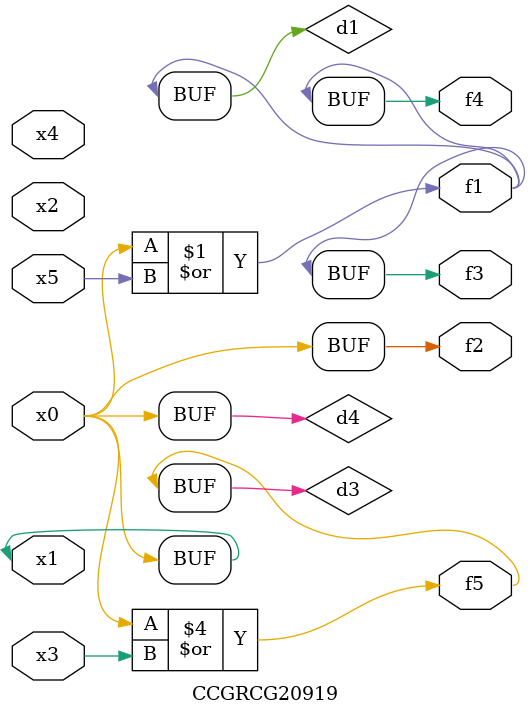
<source format=v>
module CCGRCG20919(
	input x0, x1, x2, x3, x4, x5,
	output f1, f2, f3, f4, f5
);

	wire d1, d2, d3, d4;

	or (d1, x0, x5);
	xnor (d2, x1, x4);
	or (d3, x0, x3);
	buf (d4, x0, x1);
	assign f1 = d1;
	assign f2 = d4;
	assign f3 = d1;
	assign f4 = d1;
	assign f5 = d3;
endmodule

</source>
